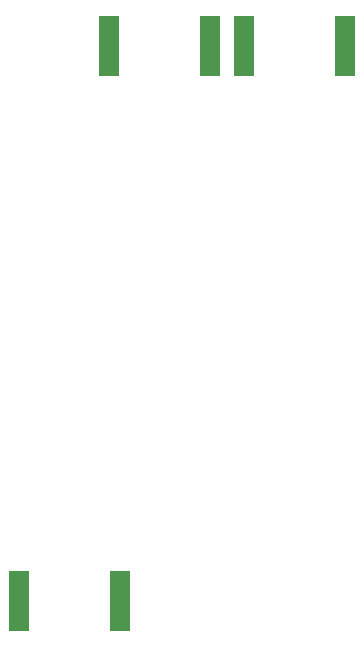
<source format=gbp>
G04 #@! TF.FileFunction,Paste,Bot*
%FSLAX46Y46*%
G04 Gerber Fmt 4.6, Leading zero omitted, Abs format (unit mm)*
G04 Created by KiCad (PCBNEW 4.0.4+e1-6308~48~ubuntu16.04.1-stable) date Thu Dec  1 19:25:44 2016*
%MOMM*%
%LPD*%
G01*
G04 APERTURE LIST*
%ADD10C,0.100000*%
%ADD11R,1.778000X5.080000*%
G04 APERTURE END LIST*
D10*
D11*
X76644500Y-80010000D03*
X68135500Y-80010000D03*
X60515500Y-127000000D03*
X69024500Y-127000000D03*
X88074500Y-80010000D03*
X79565500Y-80010000D03*
M02*

</source>
